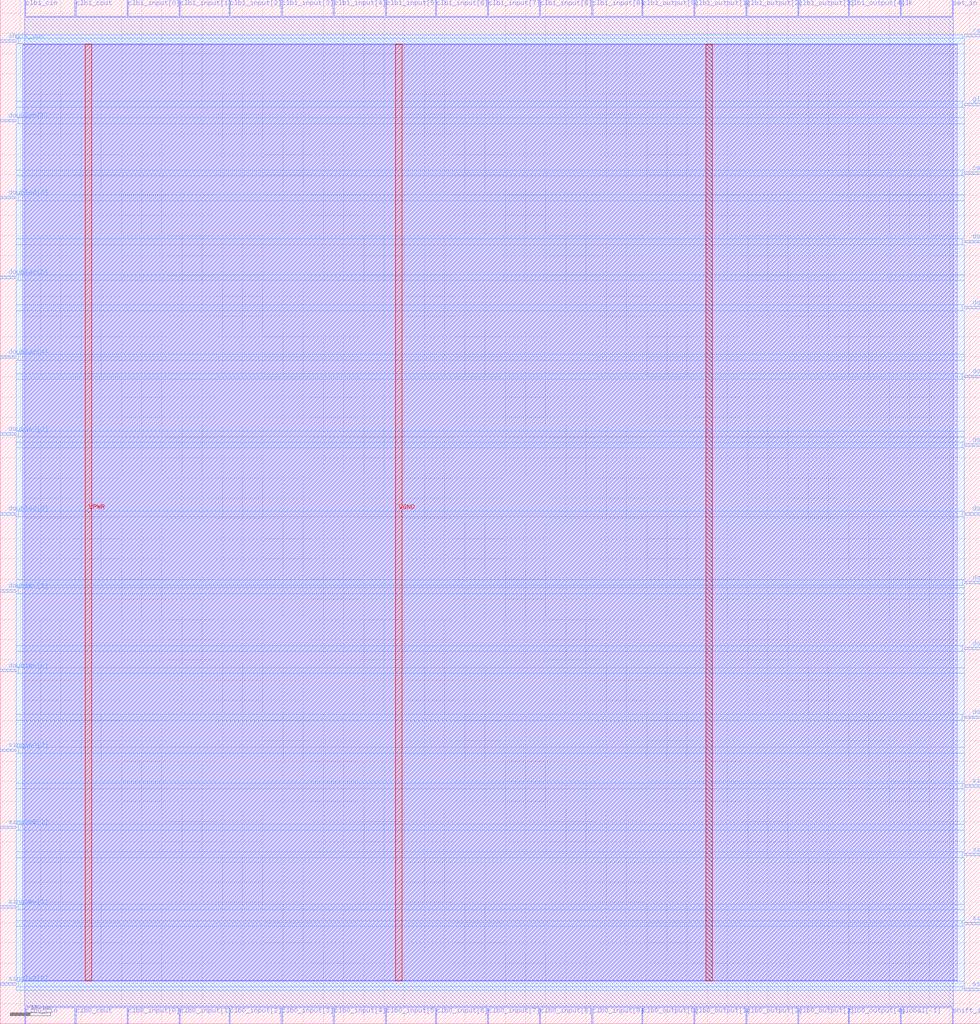
<source format=lef>
VERSION 5.7 ;
  NOWIREEXTENSIONATPIN ON ;
  DIVIDERCHAR "/" ;
  BUSBITCHARS "[]" ;
MACRO baked_connection_block
  CLASS BLOCK ;
  FOREIGN baked_connection_block ;
  ORIGIN 0.000 0.000 ;
  SIZE 242.560 BY 253.280 ;
  PIN cen
    DIRECTION INPUT ;
    PORT
      LAYER met3 ;
        RECT 238.560 210.160 242.560 210.760 ;
    END
  END cen
  PIN clb0_cin
    DIRECTION OUTPUT TRISTATE ;
    PORT
      LAYER met2 ;
        RECT 6.070 0.000 6.350 4.000 ;
    END
  END clb0_cin
  PIN clb0_cout
    DIRECTION INPUT ;
    PORT
      LAYER met2 ;
        RECT 18.490 0.000 18.770 4.000 ;
    END
  END clb0_cout
  PIN clb0_input[0]
    DIRECTION OUTPUT TRISTATE ;
    PORT
      LAYER met2 ;
        RECT 31.370 0.000 31.650 4.000 ;
    END
  END clb0_input[0]
  PIN clb0_input[1]
    DIRECTION OUTPUT TRISTATE ;
    PORT
      LAYER met2 ;
        RECT 44.250 0.000 44.530 4.000 ;
    END
  END clb0_input[1]
  PIN clb0_input[2]
    DIRECTION OUTPUT TRISTATE ;
    PORT
      LAYER met2 ;
        RECT 56.670 0.000 56.950 4.000 ;
    END
  END clb0_input[2]
  PIN clb0_input[3]
    DIRECTION OUTPUT TRISTATE ;
    PORT
      LAYER met2 ;
        RECT 69.550 0.000 69.830 4.000 ;
    END
  END clb0_input[3]
  PIN clb0_input[4]
    DIRECTION OUTPUT TRISTATE ;
    PORT
      LAYER met2 ;
        RECT 82.430 0.000 82.710 4.000 ;
    END
  END clb0_input[4]
  PIN clb0_input[5]
    DIRECTION OUTPUT TRISTATE ;
    PORT
      LAYER met2 ;
        RECT 95.310 0.000 95.590 4.000 ;
    END
  END clb0_input[5]
  PIN clb0_input[6]
    DIRECTION OUTPUT TRISTATE ;
    PORT
      LAYER met2 ;
        RECT 107.730 0.000 108.010 4.000 ;
    END
  END clb0_input[6]
  PIN clb0_input[7]
    DIRECTION OUTPUT TRISTATE ;
    PORT
      LAYER met2 ;
        RECT 120.610 0.000 120.890 4.000 ;
    END
  END clb0_input[7]
  PIN clb0_input[8]
    DIRECTION OUTPUT TRISTATE ;
    PORT
      LAYER met2 ;
        RECT 133.490 0.000 133.770 4.000 ;
    END
  END clb0_input[8]
  PIN clb0_input[9]
    DIRECTION OUTPUT TRISTATE ;
    PORT
      LAYER met2 ;
        RECT 146.370 0.000 146.650 4.000 ;
    END
  END clb0_input[9]
  PIN clb0_output[0]
    DIRECTION INPUT ;
    PORT
      LAYER met2 ;
        RECT 158.790 0.000 159.070 4.000 ;
    END
  END clb0_output[0]
  PIN clb0_output[1]
    DIRECTION INPUT ;
    PORT
      LAYER met2 ;
        RECT 171.670 0.000 171.950 4.000 ;
    END
  END clb0_output[1]
  PIN clb0_output[2]
    DIRECTION INPUT ;
    PORT
      LAYER met2 ;
        RECT 184.550 0.000 184.830 4.000 ;
    END
  END clb0_output[2]
  PIN clb0_output[3]
    DIRECTION INPUT ;
    PORT
      LAYER met2 ;
        RECT 197.430 0.000 197.710 4.000 ;
    END
  END clb0_output[3]
  PIN clb0_output[4]
    DIRECTION INPUT ;
    PORT
      LAYER met2 ;
        RECT 209.850 0.000 210.130 4.000 ;
    END
  END clb0_output[4]
  PIN clb1_cin
    DIRECTION OUTPUT TRISTATE ;
    PORT
      LAYER met2 ;
        RECT 6.070 249.280 6.350 253.280 ;
    END
  END clb1_cin
  PIN clb1_cout
    DIRECTION INPUT ;
    PORT
      LAYER met2 ;
        RECT 18.490 249.280 18.770 253.280 ;
    END
  END clb1_cout
  PIN clb1_input[0]
    DIRECTION OUTPUT TRISTATE ;
    PORT
      LAYER met2 ;
        RECT 31.370 249.280 31.650 253.280 ;
    END
  END clb1_input[0]
  PIN clb1_input[1]
    DIRECTION OUTPUT TRISTATE ;
    PORT
      LAYER met2 ;
        RECT 44.250 249.280 44.530 253.280 ;
    END
  END clb1_input[1]
  PIN clb1_input[2]
    DIRECTION OUTPUT TRISTATE ;
    PORT
      LAYER met2 ;
        RECT 56.670 249.280 56.950 253.280 ;
    END
  END clb1_input[2]
  PIN clb1_input[3]
    DIRECTION OUTPUT TRISTATE ;
    PORT
      LAYER met2 ;
        RECT 69.550 249.280 69.830 253.280 ;
    END
  END clb1_input[3]
  PIN clb1_input[4]
    DIRECTION OUTPUT TRISTATE ;
    PORT
      LAYER met2 ;
        RECT 82.430 249.280 82.710 253.280 ;
    END
  END clb1_input[4]
  PIN clb1_input[5]
    DIRECTION OUTPUT TRISTATE ;
    PORT
      LAYER met2 ;
        RECT 95.310 249.280 95.590 253.280 ;
    END
  END clb1_input[5]
  PIN clb1_input[6]
    DIRECTION OUTPUT TRISTATE ;
    PORT
      LAYER met2 ;
        RECT 107.730 249.280 108.010 253.280 ;
    END
  END clb1_input[6]
  PIN clb1_input[7]
    DIRECTION OUTPUT TRISTATE ;
    PORT
      LAYER met2 ;
        RECT 120.610 249.280 120.890 253.280 ;
    END
  END clb1_input[7]
  PIN clb1_input[8]
    DIRECTION OUTPUT TRISTATE ;
    PORT
      LAYER met2 ;
        RECT 133.490 249.280 133.770 253.280 ;
    END
  END clb1_input[8]
  PIN clb1_input[9]
    DIRECTION OUTPUT TRISTATE ;
    PORT
      LAYER met2 ;
        RECT 146.370 249.280 146.650 253.280 ;
    END
  END clb1_input[9]
  PIN clb1_output[0]
    DIRECTION INPUT ;
    PORT
      LAYER met2 ;
        RECT 158.790 249.280 159.070 253.280 ;
    END
  END clb1_output[0]
  PIN clb1_output[1]
    DIRECTION INPUT ;
    PORT
      LAYER met2 ;
        RECT 171.670 249.280 171.950 253.280 ;
    END
  END clb1_output[1]
  PIN clb1_output[2]
    DIRECTION INPUT ;
    PORT
      LAYER met2 ;
        RECT 184.550 249.280 184.830 253.280 ;
    END
  END clb1_output[2]
  PIN clb1_output[3]
    DIRECTION INPUT ;
    PORT
      LAYER met2 ;
        RECT 197.430 249.280 197.710 253.280 ;
    END
  END clb1_output[3]
  PIN clb1_output[4]
    DIRECTION INPUT ;
    PORT
      LAYER met2 ;
        RECT 209.850 249.280 210.130 253.280 ;
    END
  END clb1_output[4]
  PIN clk
    DIRECTION INPUT ;
    PORT
      LAYER met2 ;
        RECT 222.730 249.280 223.010 253.280 ;
    END
  END clk
  PIN double0[0]
    DIRECTION INOUT ;
    PORT
      LAYER met3 ;
        RECT 0.000 87.080 4.000 87.680 ;
    END
  END double0[0]
  PIN double0[1]
    DIRECTION INOUT ;
    PORT
      LAYER met3 ;
        RECT 0.000 106.800 4.000 107.400 ;
    END
  END double0[1]
  PIN double0[2]
    DIRECTION INOUT ;
    PORT
      LAYER met3 ;
        RECT 0.000 125.840 4.000 126.440 ;
    END
  END double0[2]
  PIN double0[3]
    DIRECTION INOUT ;
    PORT
      LAYER met3 ;
        RECT 0.000 145.560 4.000 146.160 ;
    END
  END double0[3]
  PIN double0[4]
    DIRECTION INOUT ;
    PORT
      LAYER met3 ;
        RECT 0.000 164.600 4.000 165.200 ;
    END
  END double0[4]
  PIN double0[5]
    DIRECTION INOUT ;
    PORT
      LAYER met3 ;
        RECT 0.000 184.320 4.000 184.920 ;
    END
  END double0[5]
  PIN double0[6]
    DIRECTION INOUT ;
    PORT
      LAYER met3 ;
        RECT 0.000 204.040 4.000 204.640 ;
    END
  END double0[6]
  PIN double0[7]
    DIRECTION INOUT ;
    PORT
      LAYER met3 ;
        RECT 0.000 223.080 4.000 223.680 ;
    END
  END double0[7]
  PIN double1[0]
    DIRECTION INOUT ;
    PORT
      LAYER met3 ;
        RECT 238.560 75.520 242.560 76.120 ;
    END
  END double1[0]
  PIN double1[1]
    DIRECTION INOUT ;
    PORT
      LAYER met3 ;
        RECT 238.560 92.520 242.560 93.120 ;
    END
  END double1[1]
  PIN double1[2]
    DIRECTION INOUT ;
    PORT
      LAYER met3 ;
        RECT 238.560 108.840 242.560 109.440 ;
    END
  END double1[2]
  PIN double1[3]
    DIRECTION INOUT ;
    PORT
      LAYER met3 ;
        RECT 238.560 125.840 242.560 126.440 ;
    END
  END double1[3]
  PIN double1[4]
    DIRECTION INOUT ;
    PORT
      LAYER met3 ;
        RECT 238.560 142.840 242.560 143.440 ;
    END
  END double1[4]
  PIN double1[5]
    DIRECTION INOUT ;
    PORT
      LAYER met3 ;
        RECT 238.560 159.840 242.560 160.440 ;
    END
  END double1[5]
  PIN double1[6]
    DIRECTION INOUT ;
    PORT
      LAYER met3 ;
        RECT 238.560 176.840 242.560 177.440 ;
    END
  END double1[6]
  PIN double1[7]
    DIRECTION INOUT ;
    PORT
      LAYER met3 ;
        RECT 238.560 193.160 242.560 193.760 ;
    END
  END double1[7]
  PIN global[-1]
    DIRECTION INOUT ;
    PORT
      LAYER met2 ;
        RECT 222.730 0.000 223.010 4.000 ;
    END
  END global[-1]
  PIN global[0]
    DIRECTION INOUT ;
    PORT
      LAYER met3 ;
        RECT 238.560 227.160 242.560 227.760 ;
    END
  END global[0]
  PIN rst
    DIRECTION INPUT ;
    PORT
      LAYER met3 ;
        RECT 238.560 244.160 242.560 244.760 ;
    END
  END rst
  PIN set_in
    DIRECTION INPUT ;
    PORT
      LAYER met2 ;
        RECT 235.610 249.280 235.890 253.280 ;
    END
  END set_in
  PIN shift_in
    DIRECTION INPUT ;
    PORT
      LAYER met2 ;
        RECT 235.610 0.000 235.890 4.000 ;
    END
  END shift_in
  PIN shift_out
    DIRECTION OUTPUT TRISTATE ;
    PORT
      LAYER met3 ;
        RECT 0.000 242.800 4.000 243.400 ;
    END
  END shift_out
  PIN single0[0]
    DIRECTION INOUT ;
    PORT
      LAYER met3 ;
        RECT 0.000 9.560 4.000 10.160 ;
    END
  END single0[0]
  PIN single0[1]
    DIRECTION INOUT ;
    PORT
      LAYER met3 ;
        RECT 0.000 28.600 4.000 29.200 ;
    END
  END single0[1]
  PIN single0[2]
    DIRECTION INOUT ;
    PORT
      LAYER met3 ;
        RECT 0.000 48.320 4.000 48.920 ;
    END
  END single0[2]
  PIN single0[3]
    DIRECTION INOUT ;
    PORT
      LAYER met3 ;
        RECT 0.000 67.360 4.000 67.960 ;
    END
  END single0[3]
  PIN single1[0]
    DIRECTION INOUT ;
    PORT
      LAYER met3 ;
        RECT 238.560 8.200 242.560 8.800 ;
    END
  END single1[0]
  PIN single1[1]
    DIRECTION INOUT ;
    PORT
      LAYER met3 ;
        RECT 238.560 24.520 242.560 25.120 ;
    END
  END single1[1]
  PIN single1[2]
    DIRECTION INOUT ;
    PORT
      LAYER met3 ;
        RECT 238.560 41.520 242.560 42.120 ;
    END
  END single1[2]
  PIN single1[3]
    DIRECTION INOUT ;
    PORT
      LAYER met3 ;
        RECT 238.560 58.520 242.560 59.120 ;
    END
  END single1[3]
  PIN VPWR
    DIRECTION INPUT ;
    USE POWER ;
    PORT
      LAYER met4 ;
        RECT 21.040 10.640 22.640 242.320 ;
    END
  END VPWR
  PIN VGND
    DIRECTION INPUT ;
    USE GROUND ;
    PORT
      LAYER met4 ;
        RECT 97.840 10.640 99.440 242.320 ;
    END
  END VGND
  OBS
      LAYER li1 ;
        RECT 5.520 10.795 236.900 242.165 ;
      LAYER met1 ;
        RECT 5.520 10.640 236.900 242.320 ;
      LAYER met2 ;
        RECT 6.630 249.000 18.210 249.280 ;
        RECT 19.050 249.000 31.090 249.280 ;
        RECT 31.930 249.000 43.970 249.280 ;
        RECT 44.810 249.000 56.390 249.280 ;
        RECT 57.230 249.000 69.270 249.280 ;
        RECT 70.110 249.000 82.150 249.280 ;
        RECT 82.990 249.000 95.030 249.280 ;
        RECT 95.870 249.000 107.450 249.280 ;
        RECT 108.290 249.000 120.330 249.280 ;
        RECT 121.170 249.000 133.210 249.280 ;
        RECT 134.050 249.000 146.090 249.280 ;
        RECT 146.930 249.000 158.510 249.280 ;
        RECT 159.350 249.000 171.390 249.280 ;
        RECT 172.230 249.000 184.270 249.280 ;
        RECT 185.110 249.000 197.150 249.280 ;
        RECT 197.990 249.000 209.570 249.280 ;
        RECT 210.410 249.000 222.450 249.280 ;
        RECT 223.290 249.000 235.330 249.280 ;
        RECT 6.080 4.280 235.880 249.000 ;
        RECT 6.630 4.000 18.210 4.280 ;
        RECT 19.050 4.000 31.090 4.280 ;
        RECT 31.930 4.000 43.970 4.280 ;
        RECT 44.810 4.000 56.390 4.280 ;
        RECT 57.230 4.000 69.270 4.280 ;
        RECT 70.110 4.000 82.150 4.280 ;
        RECT 82.990 4.000 95.030 4.280 ;
        RECT 95.870 4.000 107.450 4.280 ;
        RECT 108.290 4.000 120.330 4.280 ;
        RECT 121.170 4.000 133.210 4.280 ;
        RECT 134.050 4.000 146.090 4.280 ;
        RECT 146.930 4.000 158.510 4.280 ;
        RECT 159.350 4.000 171.390 4.280 ;
        RECT 172.230 4.000 184.270 4.280 ;
        RECT 185.110 4.000 197.150 4.280 ;
        RECT 197.990 4.000 209.570 4.280 ;
        RECT 210.410 4.000 222.450 4.280 ;
        RECT 223.290 4.000 235.330 4.280 ;
      LAYER met3 ;
        RECT 4.000 243.800 238.160 244.625 ;
        RECT 4.400 243.760 238.160 243.800 ;
        RECT 4.400 242.400 238.560 243.760 ;
        RECT 4.000 228.160 238.560 242.400 ;
        RECT 4.000 226.760 238.160 228.160 ;
        RECT 4.000 224.080 238.560 226.760 ;
        RECT 4.400 222.680 238.560 224.080 ;
        RECT 4.000 211.160 238.560 222.680 ;
        RECT 4.000 209.760 238.160 211.160 ;
        RECT 4.000 205.040 238.560 209.760 ;
        RECT 4.400 203.640 238.560 205.040 ;
        RECT 4.000 194.160 238.560 203.640 ;
        RECT 4.000 192.760 238.160 194.160 ;
        RECT 4.000 185.320 238.560 192.760 ;
        RECT 4.400 183.920 238.560 185.320 ;
        RECT 4.000 177.840 238.560 183.920 ;
        RECT 4.000 176.440 238.160 177.840 ;
        RECT 4.000 165.600 238.560 176.440 ;
        RECT 4.400 164.200 238.560 165.600 ;
        RECT 4.000 160.840 238.560 164.200 ;
        RECT 4.000 159.440 238.160 160.840 ;
        RECT 4.000 146.560 238.560 159.440 ;
        RECT 4.400 145.160 238.560 146.560 ;
        RECT 4.000 143.840 238.560 145.160 ;
        RECT 4.000 142.440 238.160 143.840 ;
        RECT 4.000 126.840 238.560 142.440 ;
        RECT 4.400 125.440 238.160 126.840 ;
        RECT 4.000 109.840 238.560 125.440 ;
        RECT 4.000 108.440 238.160 109.840 ;
        RECT 4.000 107.800 238.560 108.440 ;
        RECT 4.400 106.400 238.560 107.800 ;
        RECT 4.000 93.520 238.560 106.400 ;
        RECT 4.000 92.120 238.160 93.520 ;
        RECT 4.000 88.080 238.560 92.120 ;
        RECT 4.400 86.680 238.560 88.080 ;
        RECT 4.000 76.520 238.560 86.680 ;
        RECT 4.000 75.120 238.160 76.520 ;
        RECT 4.000 68.360 238.560 75.120 ;
        RECT 4.400 66.960 238.560 68.360 ;
        RECT 4.000 59.520 238.560 66.960 ;
        RECT 4.000 58.120 238.160 59.520 ;
        RECT 4.000 49.320 238.560 58.120 ;
        RECT 4.400 47.920 238.560 49.320 ;
        RECT 4.000 42.520 238.560 47.920 ;
        RECT 4.000 41.120 238.160 42.520 ;
        RECT 4.000 29.600 238.560 41.120 ;
        RECT 4.400 28.200 238.560 29.600 ;
        RECT 4.000 25.520 238.560 28.200 ;
        RECT 4.000 24.120 238.160 25.520 ;
        RECT 4.000 10.560 238.560 24.120 ;
        RECT 4.400 9.200 238.560 10.560 ;
        RECT 4.400 9.160 238.160 9.200 ;
        RECT 4.000 8.335 238.160 9.160 ;
      LAYER met4 ;
        RECT 174.640 10.640 176.240 242.320 ;
  END
END baked_connection_block
END LIBRARY


</source>
